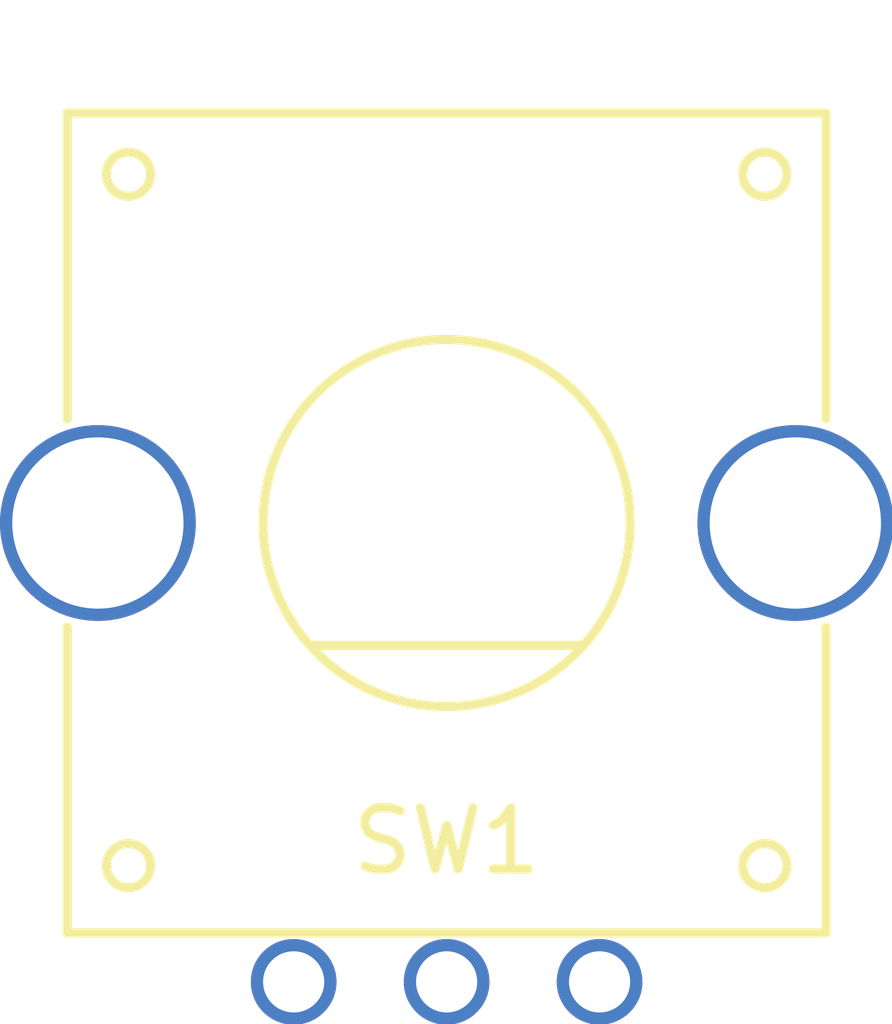
<source format=kicad_pcb>
(kicad_pcb (version 20211014) (generator pcbnew)
  (layers (0 "F.Cu" signal) (31 "B.Cu" signal) (34 "B.Paste" user) (35 "F.Paste" user) (36 "B.SilkS" user "B.Silkscreen") (37 "F.SilkS" user "F.Silkscreen") (38 "B.Mask" user) (39 "F.Mask" user) (44 "Edge.Cuts" user))
  (net 0 "")
  (net 1 "+3V3")
  (net 2 "Pin1")
  (net 3 "Pin0")
  (footprint "local:PEC11R-4220F-N0024" (layer "F.Cu") (at 0 0)
    (fp_text reference "SW1" (at 0 5.2 unlocked) (layer "F.SilkS"))
    (fp_text value "RotaryEncoder")
    (fp_line (start 6.2 6.7) (end 6.2 1.7) (layer "F.SilkS") (width 0.15))
    (fp_line (start -6.2 -6.7) (end -6.2 -1.7) (layer "F.SilkS") (width 0.15))
    (fp_line (start -6.2 6.7) (end -6.2 1.7) (layer "F.SilkS") (width 0.15))
    (fp_line (start -2.2 2) (end 2.2 2) (layer "F.SilkS") (width 0.15))
    (fp_line (start 6.2 -6.7) (end 6.2 -1.7) (layer "F.SilkS") (width 0.15))
    (fp_line (start -6.2 -6.7) (end 6.2 -6.7) (layer "F.SilkS") (width 0.15))
    (fp_line (start -6.2 6.7) (end 6.2 6.7) (layer "F.SilkS") (width 0.15))
    (fp_circle (center 5.2 -5.7) (end 5.560555 -5.7) (layer "F.SilkS") (width 0.15) (fill none))
    (fp_circle (center 0 0) (end 3 0) (layer "F.SilkS") (width 0.15) (fill none))
    (fp_circle (center -5.2 -5.7) (end -5 -5.4) (layer "F.SilkS") (width 0.15) (fill none))
    (fp_circle (center -5.2 5.6) (end -5 5.9) (layer "F.SilkS") (width 0.15) (fill none))
    (fp_circle (center 5.2 5.6) (end 5.560555 5.6) (layer "F.SilkS") (width 0.15) (fill none))
    (pad "" thru_hole circle locked (at -5.7 0) (size 3.2 3.2) (drill 2.8) (layers *.Cu *.Mask))
    (pad "" thru_hole circle locked (at 5.7 0) (size 3.2 3.2) (drill 2.8) (layers *.Cu *.Mask))
    (pad "A" thru_hole circle locked (at -2.5 7.5) (size 1.4 1.4) (drill 1) (layers *.Cu *.Mask) (net 3 "Pin0"))
    (pad "B" thru_hole circle locked (at 2.5 7.5) (size 1.4 1.4) (drill 1) (layers *.Cu *.Mask) (net 2 "Pin1"))
    (pad "C" thru_hole circle locked (at 0 7.5) (size 1.4 1.4) (drill 1) (layers *.Cu *.Mask) (net 1 "+3V3"))
  )
)
</source>
